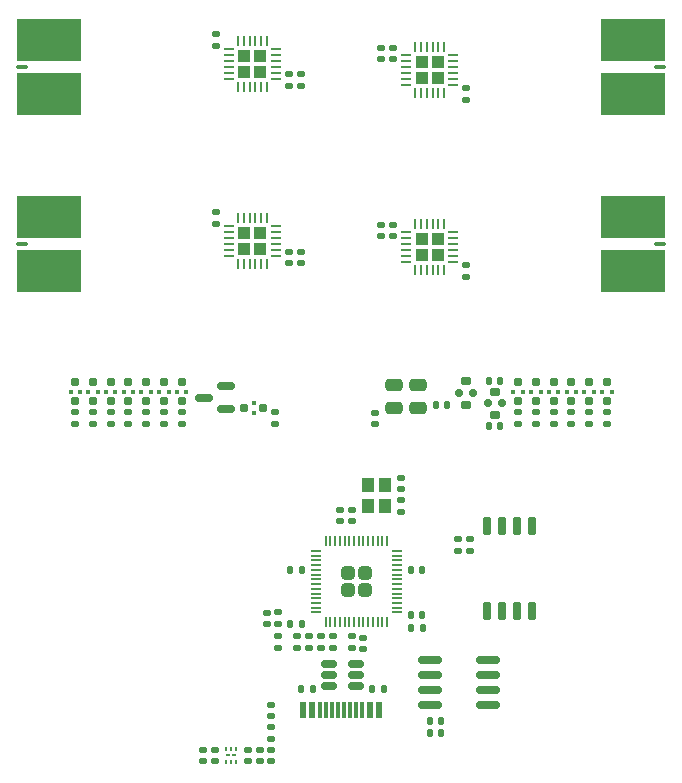
<source format=gtp>
G04 #@! TF.GenerationSoftware,KiCad,Pcbnew,7.0.8-7.0.8~ubuntu22.04.1*
G04 #@! TF.CreationDate,2023-11-30T18:16:29+01:00*
G04 #@! TF.ProjectId,LibreCAL,4c696272-6543-4414-9c2e-6b696361645f,B*
G04 #@! TF.SameCoordinates,Original*
G04 #@! TF.FileFunction,Paste,Top*
G04 #@! TF.FilePolarity,Positive*
%FSLAX46Y46*%
G04 Gerber Fmt 4.6, Leading zero omitted, Abs format (unit mm)*
G04 Created by KiCad (PCBNEW 7.0.8-7.0.8~ubuntu22.04.1) date 2023-11-30 18:16:29*
%MOMM*%
%LPD*%
G01*
G04 APERTURE LIST*
G04 Aperture macros list*
%AMRoundRect*
0 Rectangle with rounded corners*
0 $1 Rounding radius*
0 $2 $3 $4 $5 $6 $7 $8 $9 X,Y pos of 4 corners*
0 Add a 4 corners polygon primitive as box body*
4,1,4,$2,$3,$4,$5,$6,$7,$8,$9,$2,$3,0*
0 Add four circle primitives for the rounded corners*
1,1,$1+$1,$2,$3*
1,1,$1+$1,$4,$5*
1,1,$1+$1,$6,$7*
1,1,$1+$1,$8,$9*
0 Add four rect primitives between the rounded corners*
20,1,$1+$1,$2,$3,$4,$5,0*
20,1,$1+$1,$4,$5,$6,$7,0*
20,1,$1+$1,$6,$7,$8,$9,0*
20,1,$1+$1,$8,$9,$2,$3,0*%
G04 Aperture macros list end*
%ADD10RoundRect,0.135000X0.185000X-0.135000X0.185000X0.135000X-0.185000X0.135000X-0.185000X-0.135000X0*%
%ADD11RoundRect,0.140000X-0.170000X0.140000X-0.170000X-0.140000X0.170000X-0.140000X0.170000X0.140000X0*%
%ADD12RoundRect,0.140000X0.170000X-0.140000X0.170000X0.140000X-0.170000X0.140000X-0.170000X-0.140000X0*%
%ADD13RoundRect,0.090000X-0.210000X0.210000X-0.210000X-0.210000X0.210000X-0.210000X0.210000X0.210000X0*%
%ADD14RoundRect,0.100000X-0.100000X0.100000X-0.100000X-0.100000X0.100000X-0.100000X0.100000X0.100000X0*%
%ADD15RoundRect,0.140000X-0.140000X-0.170000X0.140000X-0.170000X0.140000X0.170000X-0.140000X0.170000X0*%
%ADD16RoundRect,0.090000X0.310000X-0.210000X0.310000X0.210000X-0.310000X0.210000X-0.310000X-0.210000X0*%
%ADD17RoundRect,0.150000X0.150000X-0.150000X0.150000X0.150000X-0.150000X0.150000X-0.150000X-0.150000X0*%
%ADD18R,0.600000X1.450000*%
%ADD19R,0.300000X1.450000*%
%ADD20RoundRect,0.150000X0.825000X0.150000X-0.825000X0.150000X-0.825000X-0.150000X0.825000X-0.150000X0*%
%ADD21RoundRect,0.135000X-0.185000X0.135000X-0.185000X-0.135000X0.185000X-0.135000X0.185000X0.135000X0*%
%ADD22RoundRect,0.250000X-0.295000X0.295000X-0.295000X-0.295000X0.295000X-0.295000X0.295000X0.295000X0*%
%ADD23RoundRect,0.062500X-0.062500X0.350000X-0.062500X-0.350000X0.062500X-0.350000X0.062500X0.350000X0*%
%ADD24RoundRect,0.062500X-0.350000X0.062500X-0.350000X-0.062500X0.350000X-0.062500X0.350000X0.062500X0*%
%ADD25RoundRect,0.140000X0.140000X0.170000X-0.140000X0.170000X-0.140000X-0.170000X0.140000X-0.170000X0*%
%ADD26RoundRect,0.075000X-0.425000X-0.075000X0.425000X-0.075000X0.425000X0.075000X-0.425000X0.075000X0*%
%ADD27R,5.540000X3.555000*%
%ADD28RoundRect,0.075000X0.425000X0.075000X-0.425000X0.075000X-0.425000X-0.075000X0.425000X-0.075000X0*%
%ADD29RoundRect,0.135000X-0.135000X-0.185000X0.135000X-0.185000X0.135000X0.185000X-0.135000X0.185000X0*%
%ADD30RoundRect,0.150000X0.150000X-0.650000X0.150000X0.650000X-0.150000X0.650000X-0.150000X-0.650000X0*%
%ADD31RoundRect,0.147500X-0.172500X0.147500X-0.172500X-0.147500X0.172500X-0.147500X0.172500X0.147500X0*%
%ADD32RoundRect,0.147500X-0.147500X-0.172500X0.147500X-0.172500X0.147500X0.172500X-0.147500X0.172500X0*%
%ADD33RoundRect,0.250000X0.295000X-0.295000X0.295000X0.295000X-0.295000X0.295000X-0.295000X-0.295000X0*%
%ADD34RoundRect,0.062500X0.062500X-0.350000X0.062500X0.350000X-0.062500X0.350000X-0.062500X-0.350000X0*%
%ADD35RoundRect,0.062500X0.350000X-0.062500X0.350000X0.062500X-0.350000X0.062500X-0.350000X-0.062500X0*%
%ADD36RoundRect,0.090000X0.210000X-0.210000X0.210000X0.210000X-0.210000X0.210000X-0.210000X-0.210000X0*%
%ADD37RoundRect,0.100000X0.100000X-0.100000X0.100000X0.100000X-0.100000X0.100000X-0.100000X-0.100000X0*%
%ADD38RoundRect,0.060000X0.130000X-0.060000X0.130000X0.060000X-0.130000X0.060000X-0.130000X-0.060000X0*%
%ADD39RoundRect,0.045000X0.045000X-0.130000X0.045000X0.130000X-0.045000X0.130000X-0.045000X-0.130000X0*%
%ADD40RoundRect,0.135000X0.135000X0.185000X-0.135000X0.185000X-0.135000X-0.185000X0.135000X-0.185000X0*%
%ADD41RoundRect,0.150000X0.587500X0.150000X-0.587500X0.150000X-0.587500X-0.150000X0.587500X-0.150000X0*%
%ADD42RoundRect,0.250000X0.475000X-0.250000X0.475000X0.250000X-0.475000X0.250000X-0.475000X-0.250000X0*%
%ADD43R,1.000000X1.150000*%
%ADD44RoundRect,0.090000X-0.210000X-0.210000X0.210000X-0.210000X0.210000X0.210000X-0.210000X0.210000X0*%
%ADD45RoundRect,0.100000X-0.100000X-0.100000X0.100000X-0.100000X0.100000X0.100000X-0.100000X0.100000X0*%
%ADD46RoundRect,0.147500X0.172500X-0.147500X0.172500X0.147500X-0.172500X0.147500X-0.172500X-0.147500X0*%
%ADD47RoundRect,0.250000X0.315000X0.315000X-0.315000X0.315000X-0.315000X-0.315000X0.315000X-0.315000X0*%
%ADD48RoundRect,0.050000X0.387500X0.050000X-0.387500X0.050000X-0.387500X-0.050000X0.387500X-0.050000X0*%
%ADD49RoundRect,0.050000X0.050000X0.387500X-0.050000X0.387500X-0.050000X-0.387500X0.050000X-0.387500X0*%
%ADD50RoundRect,0.150000X0.512500X0.150000X-0.512500X0.150000X-0.512500X-0.150000X0.512500X-0.150000X0*%
G04 APERTURE END LIST*
D10*
G04 #@! TO.C,R10*
X108000000Y-107210000D03*
X108000000Y-106190000D03*
G04 #@! TD*
D11*
G04 #@! TO.C,C19*
X129400000Y-125320000D03*
X129400000Y-126280000D03*
G04 #@! TD*
D12*
G04 #@! TO.C,C11*
X121600000Y-131980000D03*
X121600000Y-131020000D03*
G04 #@! TD*
D13*
G04 #@! TO.C,C45*
X142500000Y-103700000D03*
D14*
X142900000Y-104500000D03*
X142100000Y-104500000D03*
D13*
X142500000Y-105300000D03*
G04 #@! TD*
D11*
G04 #@! TO.C,C27*
X121200000Y-123220000D03*
X121200000Y-124180000D03*
G04 #@! TD*
D10*
G04 #@! TO.C,R30*
X111000000Y-107210000D03*
X111000000Y-106190000D03*
G04 #@! TD*
D12*
G04 #@! TO.C,C14*
X128400000Y-115480000D03*
X128400000Y-114520000D03*
G04 #@! TD*
D15*
G04 #@! TO.C,C16*
X133420000Y-119600000D03*
X134380000Y-119600000D03*
G04 #@! TD*
G04 #@! TO.C,C10*
X135020000Y-133400000D03*
X135980000Y-133400000D03*
G04 #@! TD*
D11*
G04 #@! TO.C,C3*
X124100000Y-77645000D03*
X124100000Y-78605000D03*
G04 #@! TD*
D16*
G04 #@! TO.C,C33*
X140500000Y-106500000D03*
D17*
X139900000Y-105500000D03*
X141100000Y-105500000D03*
D16*
X140500000Y-104500000D03*
G04 #@! TD*
D13*
G04 #@! TO.C,C44*
X144000000Y-103700000D03*
D14*
X144400000Y-104500000D03*
X143600000Y-104500000D03*
D13*
X144000000Y-105300000D03*
G04 #@! TD*
D12*
G04 #@! TO.C,C17*
X127400000Y-115480000D03*
X127400000Y-114520000D03*
G04 #@! TD*
D13*
G04 #@! TO.C,C39*
X150000000Y-103700000D03*
D14*
X150400000Y-104500000D03*
X149600000Y-104500000D03*
D13*
X150000000Y-105300000D03*
G04 #@! TD*
D18*
G04 #@! TO.C,J5*
X124250000Y-131455000D03*
X125050000Y-131455000D03*
D19*
X126250000Y-131455000D03*
X127250000Y-131455000D03*
X127750000Y-131455000D03*
X128750000Y-131455000D03*
D18*
X129950000Y-131455000D03*
X130750000Y-131455000D03*
X130750000Y-131455000D03*
X129950000Y-131455000D03*
D19*
X129250000Y-131455000D03*
X128250000Y-131455000D03*
X126750000Y-131455000D03*
X125750000Y-131455000D03*
D18*
X125050000Y-131455000D03*
X124250000Y-131455000D03*
G04 #@! TD*
D13*
G04 #@! TO.C,C38*
X148500000Y-103700000D03*
D14*
X148900000Y-104500000D03*
X148100000Y-104500000D03*
D13*
X148500000Y-105300000D03*
G04 #@! TD*
G04 #@! TO.C,C41*
X111000000Y-103700000D03*
D14*
X111400000Y-104500000D03*
X110600000Y-104500000D03*
D13*
X111000000Y-105300000D03*
G04 #@! TD*
D11*
G04 #@! TO.C,C26*
X138400000Y-117020000D03*
X138400000Y-117980000D03*
G04 #@! TD*
D20*
G04 #@! TO.C,U5*
X139975000Y-131005000D03*
X139975000Y-129735000D03*
X139975000Y-128465000D03*
X139975000Y-127195000D03*
X135025000Y-127195000D03*
X135025000Y-128465000D03*
X135025000Y-129735000D03*
X135025000Y-131005000D03*
G04 #@! TD*
D12*
G04 #@! TO.C,C7*
X131900000Y-76355000D03*
X131900000Y-75395000D03*
G04 #@! TD*
D11*
G04 #@! TO.C,C13*
X132600000Y-111820000D03*
X132600000Y-112780000D03*
G04 #@! TD*
D10*
G04 #@! TO.C,R1*
X116900000Y-75210000D03*
X116900000Y-74190000D03*
G04 #@! TD*
D21*
G04 #@! TO.C,R3*
X138100000Y-78790000D03*
X138100000Y-79810000D03*
G04 #@! TD*
D13*
G04 #@! TO.C,C43*
X145500000Y-103700000D03*
D14*
X145900000Y-104500000D03*
X145100000Y-104500000D03*
D13*
X145500000Y-105300000D03*
G04 #@! TD*
D11*
G04 #@! TO.C,C30*
X119600000Y-134820000D03*
X119600000Y-135780000D03*
G04 #@! TD*
D22*
G04 #@! TO.C,U4*
X135675000Y-91575000D03*
X134325000Y-91575000D03*
X135675000Y-92925000D03*
X134325000Y-92925000D03*
D23*
X136250000Y-90287500D03*
X135750000Y-90287500D03*
X135250000Y-90287500D03*
X134750000Y-90287500D03*
X134250000Y-90287500D03*
X133750000Y-90287500D03*
D24*
X133037500Y-91000000D03*
X133037500Y-91500000D03*
X133037500Y-92000000D03*
X133037500Y-92500000D03*
X133037500Y-93000000D03*
X133037500Y-93500000D03*
D23*
X133750000Y-94212500D03*
X134250000Y-94212500D03*
X134750000Y-94212500D03*
X135250000Y-94212500D03*
X135750000Y-94212500D03*
X136250000Y-94212500D03*
D24*
X136962500Y-93500000D03*
X136962500Y-93000000D03*
X136962500Y-92500000D03*
X136962500Y-92000000D03*
X136962500Y-91500000D03*
X136962500Y-91000000D03*
G04 #@! TD*
D13*
G04 #@! TO.C,C34*
X108000000Y-103700000D03*
D14*
X108400000Y-104500000D03*
X107600000Y-104500000D03*
D13*
X108000000Y-105300000D03*
G04 #@! TD*
D25*
G04 #@! TO.C,C20*
X124180000Y-124200000D03*
X123220000Y-124200000D03*
G04 #@! TD*
D15*
G04 #@! TO.C,C9*
X135020000Y-132400000D03*
X135980000Y-132400000D03*
G04 #@! TD*
D13*
G04 #@! TO.C,C36*
X105000000Y-103700000D03*
D14*
X105400000Y-104500000D03*
X104600000Y-104500000D03*
D13*
X105000000Y-105300000D03*
G04 #@! TD*
D10*
G04 #@! TO.C,R11*
X106500000Y-107210000D03*
X106500000Y-106190000D03*
G04 #@! TD*
D11*
G04 #@! TO.C,C25*
X137400000Y-117020000D03*
X137400000Y-117980000D03*
G04 #@! TD*
D10*
G04 #@! TO.C,R25*
X105000000Y-107210000D03*
X105000000Y-106190000D03*
G04 #@! TD*
G04 #@! TO.C,R12*
X122200000Y-126210000D03*
X122200000Y-125190000D03*
G04 #@! TD*
D26*
G04 #@! TO.C,J1*
X154500000Y-77000000D03*
D27*
X152230000Y-74712500D03*
X152230000Y-79287500D03*
G04 #@! TD*
D13*
G04 #@! TO.C,C40*
X109500000Y-103700000D03*
D14*
X109900000Y-104500000D03*
X109100000Y-104500000D03*
D13*
X109500000Y-105300000D03*
G04 #@! TD*
D11*
G04 #@! TO.C,C28*
X121600000Y-134820000D03*
X121600000Y-135780000D03*
G04 #@! TD*
D28*
G04 #@! TO.C,J2*
X100500000Y-77000000D03*
D27*
X102770000Y-79287500D03*
X102770000Y-74712500D03*
G04 #@! TD*
D29*
G04 #@! TO.C,R7*
X133390000Y-124500000D03*
X134410000Y-124500000D03*
G04 #@! TD*
D10*
G04 #@! TO.C,R13*
X122200000Y-124210000D03*
X122200000Y-123190000D03*
G04 #@! TD*
D30*
G04 #@! TO.C,U8*
X139895000Y-123100000D03*
X141165000Y-123100000D03*
X142435000Y-123100000D03*
X143705000Y-123100000D03*
X143705000Y-115900000D03*
X142435000Y-115900000D03*
X141165000Y-115900000D03*
X139895000Y-115900000D03*
G04 #@! TD*
D10*
G04 #@! TO.C,R26*
X147000000Y-107210000D03*
X147000000Y-106190000D03*
G04 #@! TD*
D31*
G04 #@! TO.C,FB1*
X123800000Y-125215000D03*
X123800000Y-126185000D03*
G04 #@! TD*
G04 #@! TO.C,FB2*
X121600000Y-132915000D03*
X121600000Y-133885000D03*
G04 #@! TD*
D11*
G04 #@! TO.C,C22*
X128400000Y-125220000D03*
X128400000Y-126180000D03*
G04 #@! TD*
D10*
G04 #@! TO.C,R27*
X148500000Y-107210000D03*
X148500000Y-106190000D03*
G04 #@! TD*
D13*
G04 #@! TO.C,C37*
X147000000Y-103700000D03*
D14*
X147400000Y-104500000D03*
X146600000Y-104500000D03*
D13*
X147000000Y-105300000D03*
G04 #@! TD*
D32*
G04 #@! TO.C,FB3*
X140015000Y-107400000D03*
X140985000Y-107400000D03*
G04 #@! TD*
D12*
G04 #@! TO.C,C6*
X130900000Y-91330000D03*
X130900000Y-90370000D03*
G04 #@! TD*
D33*
G04 #@! TO.C,U1*
X119325000Y-77425000D03*
X120675000Y-77425000D03*
X119325000Y-76075000D03*
X120675000Y-76075000D03*
D34*
X118750000Y-78712500D03*
X119250000Y-78712500D03*
X119750000Y-78712500D03*
X120250000Y-78712500D03*
X120750000Y-78712500D03*
X121250000Y-78712500D03*
D35*
X121962500Y-78000000D03*
X121962500Y-77500000D03*
X121962500Y-77000000D03*
X121962500Y-76500000D03*
X121962500Y-76000000D03*
X121962500Y-75500000D03*
D34*
X121250000Y-74787500D03*
X120750000Y-74787500D03*
X120250000Y-74787500D03*
X119750000Y-74787500D03*
X119250000Y-74787500D03*
X118750000Y-74787500D03*
D35*
X118037500Y-75500000D03*
X118037500Y-76000000D03*
X118037500Y-76500000D03*
X118037500Y-77000000D03*
X118037500Y-77500000D03*
X118037500Y-78000000D03*
G04 #@! TD*
D12*
G04 #@! TO.C,C12*
X132600000Y-114680000D03*
X132600000Y-113720000D03*
G04 #@! TD*
D36*
G04 #@! TO.C,C50*
X114000000Y-105300000D03*
D37*
X113600000Y-104500000D03*
X114400000Y-104500000D03*
D36*
X114000000Y-103700000D03*
G04 #@! TD*
D11*
G04 #@! TO.C,C29*
X120600000Y-134820000D03*
X120600000Y-135780000D03*
G04 #@! TD*
D38*
G04 #@! TO.C,U9*
X117965000Y-135300000D03*
X118435000Y-135300000D03*
D39*
X117800000Y-135825000D03*
X118200000Y-135825000D03*
X118600000Y-135825000D03*
X118600000Y-134775000D03*
X118200000Y-134775000D03*
X117800000Y-134775000D03*
G04 #@! TD*
D40*
G04 #@! TO.C,R6*
X125110000Y-129700000D03*
X124090000Y-129700000D03*
G04 #@! TD*
D10*
G04 #@! TO.C,R29*
X109500000Y-107210000D03*
X109500000Y-106190000D03*
G04 #@! TD*
D11*
G04 #@! TO.C,C21*
X126800000Y-125220000D03*
X126800000Y-126180000D03*
G04 #@! TD*
D13*
G04 #@! TO.C,C35*
X106500000Y-103700000D03*
D14*
X106900000Y-104500000D03*
X106100000Y-104500000D03*
D13*
X106500000Y-105300000D03*
G04 #@! TD*
D41*
G04 #@! TO.C,Q1*
X117737500Y-105950000D03*
X117737500Y-104050000D03*
X115862500Y-105000000D03*
G04 #@! TD*
D16*
G04 #@! TO.C,C49*
X138100000Y-105600000D03*
D17*
X137500000Y-104600000D03*
X138700000Y-104600000D03*
D16*
X138100000Y-103600000D03*
G04 #@! TD*
D10*
G04 #@! TO.C,R31*
X112500000Y-107210000D03*
X112500000Y-106190000D03*
G04 #@! TD*
D32*
G04 #@! TO.C,FB4*
X140015000Y-103600000D03*
X140985000Y-103600000D03*
G04 #@! TD*
D10*
G04 #@! TO.C,R34*
X142500000Y-107210000D03*
X142500000Y-106190000D03*
G04 #@! TD*
D42*
G04 #@! TO.C,C46*
X132000000Y-105850000D03*
X132000000Y-103950000D03*
G04 #@! TD*
D29*
G04 #@! TO.C,R5*
X130090000Y-129700000D03*
X131110000Y-129700000D03*
G04 #@! TD*
D26*
G04 #@! TO.C,J3*
X154500000Y-92000000D03*
D27*
X152230000Y-89712500D03*
X152230000Y-94287500D03*
G04 #@! TD*
D10*
G04 #@! TO.C,R35*
X121900000Y-107210000D03*
X121900000Y-106190000D03*
G04 #@! TD*
D43*
G04 #@! TO.C,Y1*
X131200000Y-114175000D03*
X131200000Y-112425000D03*
X129800000Y-112425000D03*
X129800000Y-114175000D03*
G04 #@! TD*
D10*
G04 #@! TO.C,R28*
X150000000Y-107210000D03*
X150000000Y-106190000D03*
G04 #@! TD*
D22*
G04 #@! TO.C,U3*
X135675000Y-76575000D03*
X134325000Y-76575000D03*
X135675000Y-77925000D03*
X134325000Y-77925000D03*
D23*
X136250000Y-75287500D03*
X135750000Y-75287500D03*
X135250000Y-75287500D03*
X134750000Y-75287500D03*
X134250000Y-75287500D03*
X133750000Y-75287500D03*
D24*
X133037500Y-76000000D03*
X133037500Y-76500000D03*
X133037500Y-77000000D03*
X133037500Y-77500000D03*
X133037500Y-78000000D03*
X133037500Y-78500000D03*
D23*
X133750000Y-79212500D03*
X134250000Y-79212500D03*
X134750000Y-79212500D03*
X135250000Y-79212500D03*
X135750000Y-79212500D03*
X136250000Y-79212500D03*
D24*
X136962500Y-78500000D03*
X136962500Y-78000000D03*
X136962500Y-77500000D03*
X136962500Y-77000000D03*
X136962500Y-76500000D03*
X136962500Y-76000000D03*
G04 #@! TD*
D11*
G04 #@! TO.C,C1*
X123100000Y-77645000D03*
X123100000Y-78605000D03*
G04 #@! TD*
D44*
G04 #@! TO.C,C48*
X119300000Y-105900000D03*
D45*
X120100000Y-105500000D03*
X120100000Y-106300000D03*
D44*
X120900000Y-105900000D03*
G04 #@! TD*
D15*
G04 #@! TO.C,C15*
X133420000Y-123400000D03*
X134380000Y-123400000D03*
G04 #@! TD*
D10*
G04 #@! TO.C,R32*
X145500000Y-107210000D03*
X145500000Y-106190000D03*
G04 #@! TD*
D42*
G04 #@! TO.C,C47*
X134000000Y-105850000D03*
X134000000Y-103950000D03*
G04 #@! TD*
D11*
G04 #@! TO.C,C23*
X125800000Y-125220000D03*
X125800000Y-126180000D03*
G04 #@! TD*
D12*
G04 #@! TO.C,C31*
X116800000Y-135780000D03*
X116800000Y-134820000D03*
G04 #@! TD*
D11*
G04 #@! TO.C,C24*
X124800000Y-125220000D03*
X124800000Y-126180000D03*
G04 #@! TD*
D21*
G04 #@! TO.C,R36*
X114000000Y-106190000D03*
X114000000Y-107210000D03*
G04 #@! TD*
D46*
G04 #@! TO.C,FB5*
X130400000Y-107285000D03*
X130400000Y-106315000D03*
G04 #@! TD*
D28*
G04 #@! TO.C,J4*
X100500000Y-92000000D03*
D27*
X102770000Y-94287500D03*
X102770000Y-89712500D03*
G04 #@! TD*
D10*
G04 #@! TO.C,R33*
X144000000Y-107210000D03*
X144000000Y-106190000D03*
G04 #@! TD*
D11*
G04 #@! TO.C,C2*
X123100000Y-92670000D03*
X123100000Y-93630000D03*
G04 #@! TD*
D13*
G04 #@! TO.C,C42*
X112500000Y-103700000D03*
D14*
X112900000Y-104500000D03*
X112100000Y-104500000D03*
D13*
X112500000Y-105300000D03*
G04 #@! TD*
D11*
G04 #@! TO.C,C4*
X124100000Y-92670000D03*
X124100000Y-93630000D03*
G04 #@! TD*
D12*
G04 #@! TO.C,C32*
X115800000Y-135780000D03*
X115800000Y-134820000D03*
G04 #@! TD*
D10*
G04 #@! TO.C,R2*
X116900000Y-90310000D03*
X116900000Y-89290000D03*
G04 #@! TD*
D32*
G04 #@! TO.C,FB6*
X135515000Y-105600000D03*
X136485000Y-105600000D03*
G04 #@! TD*
D33*
G04 #@! TO.C,U2*
X119325000Y-92425000D03*
X120675000Y-92425000D03*
X119325000Y-91075000D03*
X120675000Y-91075000D03*
D34*
X118750000Y-93712500D03*
X119250000Y-93712500D03*
X119750000Y-93712500D03*
X120250000Y-93712500D03*
X120750000Y-93712500D03*
X121250000Y-93712500D03*
D35*
X121962500Y-93000000D03*
X121962500Y-92500000D03*
X121962500Y-92000000D03*
X121962500Y-91500000D03*
X121962500Y-91000000D03*
X121962500Y-90500000D03*
D34*
X121250000Y-89787500D03*
X120750000Y-89787500D03*
X120250000Y-89787500D03*
X119750000Y-89787500D03*
X119250000Y-89787500D03*
X118750000Y-89787500D03*
D35*
X118037500Y-90500000D03*
X118037500Y-91000000D03*
X118037500Y-91500000D03*
X118037500Y-92000000D03*
X118037500Y-92500000D03*
X118037500Y-93000000D03*
G04 #@! TD*
D12*
G04 #@! TO.C,C8*
X131900000Y-91330000D03*
X131900000Y-90370000D03*
G04 #@! TD*
G04 #@! TO.C,C5*
X130900000Y-76355000D03*
X130900000Y-75395000D03*
G04 #@! TD*
D47*
G04 #@! TO.C,U7*
X129500000Y-121300000D03*
X129500000Y-119900000D03*
X128100000Y-121300000D03*
X128100000Y-119900000D03*
D48*
X132237500Y-123200000D03*
X132237500Y-122800000D03*
X132237500Y-122400000D03*
X132237500Y-122000000D03*
X132237500Y-121600000D03*
X132237500Y-121200000D03*
X132237500Y-120800000D03*
X132237500Y-120400000D03*
X132237500Y-120000000D03*
X132237500Y-119600000D03*
X132237500Y-119200000D03*
X132237500Y-118800000D03*
X132237500Y-118400000D03*
X132237500Y-118000000D03*
D49*
X131400000Y-117162500D03*
X131000000Y-117162500D03*
X130600000Y-117162500D03*
X130200000Y-117162500D03*
X129800000Y-117162500D03*
X129400000Y-117162500D03*
X129000000Y-117162500D03*
X128600000Y-117162500D03*
X128200000Y-117162500D03*
X127800000Y-117162500D03*
X127400000Y-117162500D03*
X127000000Y-117162500D03*
X126600000Y-117162500D03*
X126200000Y-117162500D03*
D48*
X125362500Y-118000000D03*
X125362500Y-118400000D03*
X125362500Y-118800000D03*
X125362500Y-119200000D03*
X125362500Y-119600000D03*
X125362500Y-120000000D03*
X125362500Y-120400000D03*
X125362500Y-120800000D03*
X125362500Y-121200000D03*
X125362500Y-121600000D03*
X125362500Y-122000000D03*
X125362500Y-122400000D03*
X125362500Y-122800000D03*
X125362500Y-123200000D03*
D49*
X126200000Y-124037500D03*
X126600000Y-124037500D03*
X127000000Y-124037500D03*
X127400000Y-124037500D03*
X127800000Y-124037500D03*
X128200000Y-124037500D03*
X128600000Y-124037500D03*
X129000000Y-124037500D03*
X129400000Y-124037500D03*
X129800000Y-124037500D03*
X130200000Y-124037500D03*
X130600000Y-124037500D03*
X131000000Y-124037500D03*
X131400000Y-124037500D03*
G04 #@! TD*
D50*
G04 #@! TO.C,U6*
X128737500Y-129450000D03*
X128737500Y-128500000D03*
X128737500Y-127550000D03*
X126462500Y-127550000D03*
X126462500Y-128500000D03*
X126462500Y-129450000D03*
G04 #@! TD*
D21*
G04 #@! TO.C,R4*
X138100000Y-93790000D03*
X138100000Y-94810000D03*
G04 #@! TD*
D25*
G04 #@! TO.C,C18*
X124180000Y-119600000D03*
X123220000Y-119600000D03*
G04 #@! TD*
M02*

</source>
